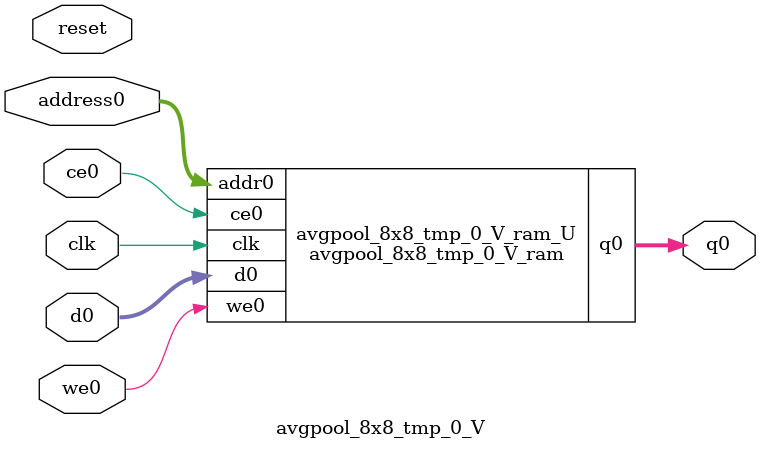
<source format=v>
`timescale 1 ns / 1 ps
module avgpool_8x8_tmp_0_V_ram (addr0, ce0, d0, we0, q0,  clk);

parameter DWIDTH = 24;
parameter AWIDTH = 3;
parameter MEM_SIZE = 8;

input[AWIDTH-1:0] addr0;
input ce0;
input[DWIDTH-1:0] d0;
input we0;
output reg[DWIDTH-1:0] q0;
input clk;

(* ram_style = "distributed" *)reg [DWIDTH-1:0] ram[0:MEM_SIZE-1];




always @(posedge clk)  
begin 
    if (ce0) begin
        if (we0) 
            ram[addr0] <= d0; 
        q0 <= ram[addr0];
    end
end


endmodule

`timescale 1 ns / 1 ps
module avgpool_8x8_tmp_0_V(
    reset,
    clk,
    address0,
    ce0,
    we0,
    d0,
    q0);

parameter DataWidth = 32'd24;
parameter AddressRange = 32'd8;
parameter AddressWidth = 32'd3;
input reset;
input clk;
input[AddressWidth - 1:0] address0;
input ce0;
input we0;
input[DataWidth - 1:0] d0;
output[DataWidth - 1:0] q0;



avgpool_8x8_tmp_0_V_ram avgpool_8x8_tmp_0_V_ram_U(
    .clk( clk ),
    .addr0( address0 ),
    .ce0( ce0 ),
    .we0( we0 ),
    .d0( d0 ),
    .q0( q0 ));

endmodule


</source>
